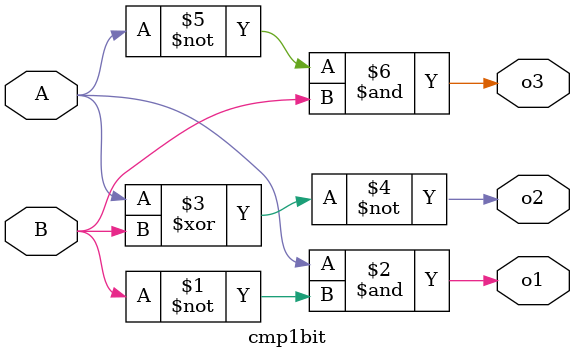
<source format=v>
module cmp1bit(
    input A,
    input B,
    output o1, // A > B
    output o2, // A == B
    output o3  // A < B
);

assign o1 = A & ~B;
assign o2 = ~(A ^ B);
assign o3 = ~A & B;

endmodule

</source>
